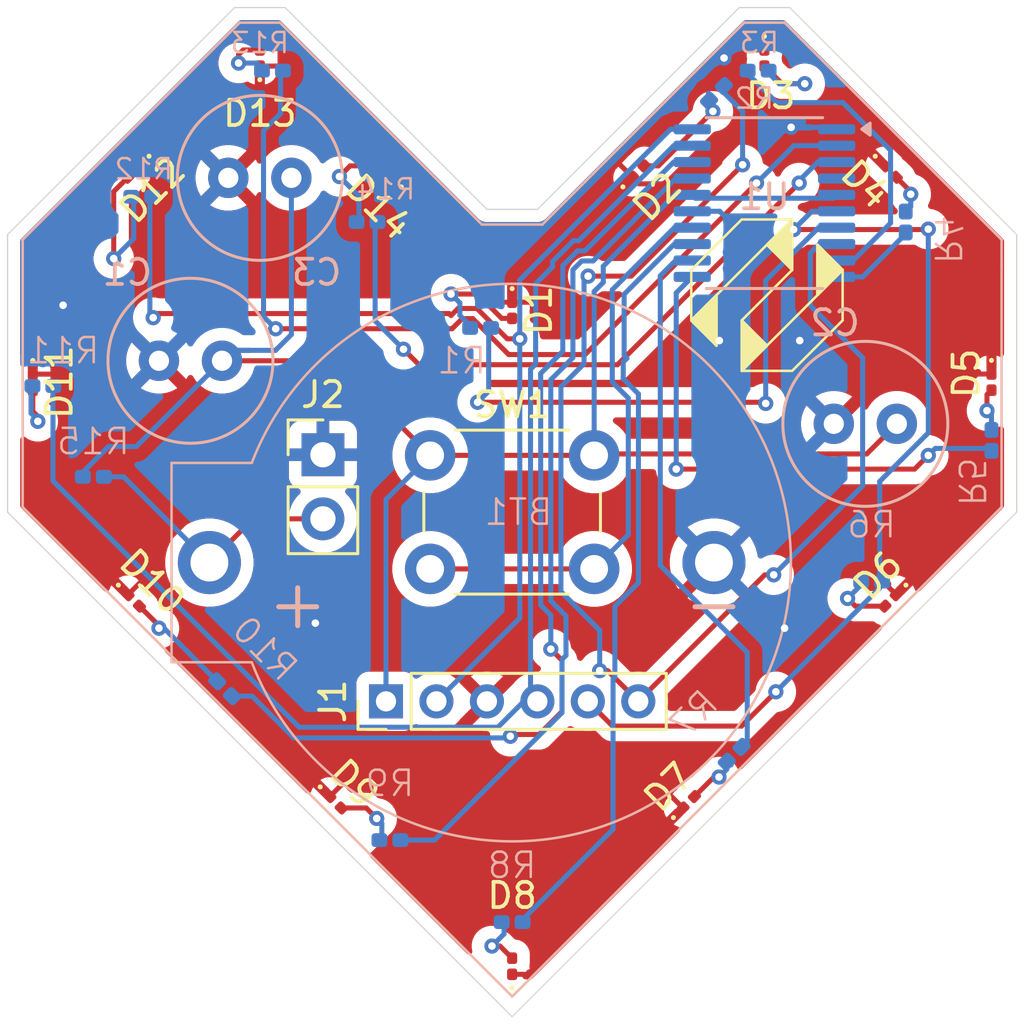
<source format=kicad_pcb>
(kicad_pcb (version 20241229) (generator "pcbnew") (generator_version "9.0")
  (layers (0 "F.Cu" signal) (2 "B.Cu" signal) (13 "F.Paste" user) (15 "B.Paste" user) (5 "F.SilkS" user "F.Silkscreen") (7 "B.SilkS" user "B.Silkscreen") (1 "F.Mask" user) (3 "B.Mask" user) (25 "Edge.Cuts" user))
  (net 0 "")
  (net 1 "Net-(BT1-+)")
  (net 2 "GND")
  (net 3 "+3V")
  (net 4 "Net-(D1-A)")
  (net 5 "Net-(D2-A)")
  (net 6 "Net-(D3-A)")
  (net 7 "Net-(D4-A)")
  (net 8 "Net-(D5-A)")
  (net 9 "Net-(D6-A)")
  (net 10 "Net-(D7-A)")
  (net 11 "Net-(D8-A)")
  (net 12 "Net-(D9-A)")
  (net 13 "Net-(D10-A)")
  (net 14 "Net-(D11-A)")
  (net 15 "Net-(D12-A)")
  (net 16 "Net-(D13-A)")
  (net 17 "Net-(D14-A)")
  (net 18 "/LED10")
  (net 19 "/LED0")
  (net 20 "/LED11")
  (net 21 "/LED2")
  (net 22 "/LED1")
  (net 23 "/LED3")
  (net 24 "/LED4")
  (net 25 "/LED5")
  (net 26 "/LED6")
  (net 27 "/LED7")
  (net 28 "/LED8")
  (net 29 "/LED9")
  (net 30 "/LED12")
  (net 31 "/LED13")
  (net 32 "Net-(U1-PB1)")
  (footprint "Diode_SMD:D_0201_0603Metric" (layer "F.Cu") (at 165 76.5 -45)
    (property "Reference" "D4")
    (property "Value" "LED")
  )
  (footprint "Diode_SMD:D_0201_0603Metric" (layer "F.Cu") (at 169 84.845 -90)
    (property "Reference" "D5")
    (property "Value" "LED")
  )
  (footprint "Diode_SMD:D_0201_0603Metric" (layer "F.Cu") (at 135 93.5 -45)
    (property "Reference" "D10")
    (property "Value" "LED")
  )
  (footprint "Connector_PinHeader_2.00mm:PinHeader_1x06_P2.00mm_Vertical" (layer "F.Cu") (at 145 97.5 90)
    (property "Reference" "J1")
    (property "Value" "Conn_01x06")
  )
  (footprint "Diode_SMD:D_0201_0603Metric" (layer "F.Cu") (at 150 108 90)
    (property "Reference" "D8")
    (property "Value" "LED")
  )
  (footprint "Diode_SMD:D_0201_0603Metric" (layer "F.Cu") (at 143 101.5 -45)
    (property "Reference" "D9")
    (property "Value" "LED")
  )
  (footprint "Diode_SMD:D_0201_0603Metric" (layer "F.Cu") (at 131 84.85 -90)
    (property "Reference" "D11")
    (property "Value" "LED")
  )
  (footprint "Diode_SMD:D_0201_0603Metric" (layer "F.Cu") (at 165 93.5 -135)
    (property "Reference" "D6")
    (property "Value" "LED")
  )
  (footprint "Diode_SMD:D_0201_0603Metric" (layer "F.Cu") (at 135 76.5 -135)
    (property "Reference" "D12")
    (property "Value" "LED")
  )
  (footprint "Symbol:cdk_logo_6x6mm" (layer "F.Cu") (at 157.1 84.4)
    (property "Reference" "LOGO1" (hide yes))
    (property "Value" "~" (hide yes))
  )
  (footprint "Button_Switch_THT:SW_PUSH_6mm_H4.3mm" (layer "F.Cu") (at 146.75 87.75)
    (property "Reference" "SW1")
    (property "Value" "SW_Push")
  )
  (footprint "Connector_PinHeader_2.54mm:PinHeader_1x02_P2.54mm_Vertical" (layer "F.Cu") (at 142.5 87.725)
    (property "Reference" "J2")
    (property "Value" "Conn_01x02")
  )
  (footprint "Diode_SMD:D_0201_0603Metric" (layer "F.Cu") (at 157 101.5 45)
    (property "Reference" "D7")
    (property "Value" "LED")
  )
  (footprint "Diode_SMD:D_0201_0603Metric" (layer "F.Cu") (at 150 82 -90)
    (property "Reference" "D1")
    (property "Value" "LED")
  )
  (footprint "Diode_SMD:D_0201_0603Metric" (layer "F.Cu") (at 155 76.5 45)
    (property "Reference" "D2")
    (property "Value" "LED")
  )
  (footprint "Diode_SMD:D_0201_0603Metric" (layer "F.Cu") (at 145 76.5 135)
    (property "Reference" "D14")
    (property "Value" "LED")
  )
  (footprint "Diode_SMD:D_0201_0603Metric" (layer "F.Cu") (at 160 72 -90)
    (property "Reference" "D3")
    (property "Value" "LED")
  )
  (footprint "Diode_SMD:D_0201_0603Metric" (layer "F.Cu") (at 140 72 90)
    (property "Reference" "D13")
    (property "Value" "LED")
  )
  (footprint "Resistor_SMD:R_0201_0603Metric_1.6x0.8" (layer "B.Cu") (at 138.6 97 135)
    (property "Reference" "R10")
    (property "Value" "120")
  )
  (footprint "Resistor_SMD:R_0201_0603Metric_1.6x0.8" (layer "B.Cu") (at 148.75 82.7 180)
    (property "Reference" "R1")
    (property "Value" "120")
  )
  (footprint "Resistor_SMD:R_0201_0603Metric_1.6x0.8" (layer "B.Cu") (at 159.75 72.5)
    (property "Reference" "R3")
    (property "Value" "120")
  )
  (footprint "Capacitor_THT:C_Radial_D6.3mm_H7.0mm_P2.50mm" (layer "B.Cu") (at 165.25 86.5 180)
    (property "Reference" "C2")
    (property "Value" "470uF")
  )
  (footprint "Package_SO:TSSOP-20_4.4x6.5mm_P0.65mm" (layer "B.Cu") (at 160 77.75 180)
    (property "Reference" "U1")
    (property "Value" "STM32L011F3Px")
  )
  (footprint "Resistor_SMD:R_0201_0603Metric_1.6x0.8" (layer "B.Cu") (at 169 87.155 90)
    (property "Reference" "R5")
    (property "Value" "120")
  )
  (footprint "Resistor_SMD:R_0201_0603Metric_1.6x0.8" (layer "B.Cu") (at 165.6 78.5 90)
    (property "Reference" "R4")
    (property "Value" "120")
  )
  (footprint "Resistor_SMD:R_0201_0603Metric_1.6x0.8" (layer "B.Cu") (at 150 106.25 180)
    (property "Reference" "R8")
    (property "Value" "120")
  )
  (footprint "Capacitor_THT:C_Radial_D6.3mm_H7.0mm_P2.50mm" (layer "B.Cu") (at 138.5 84 180)
    (property "Reference" "C1")
    (property "Value" "470uF")
  )
  (footprint "Resistor_SMD:R_0201_0603Metric_1.6x0.8" (layer "B.Cu") (at 158.8 99.6 -135)
    (property "Reference" "R7")
    (property "Value" "120")
  )
  (footprint "Resistor_SMD:R_0201_0603Metric_1.6x0.8" (layer "B.Cu") (at 140.5 72.5 180)
    (property "Reference" "R13")
    (property "Value" "120")
  )
  (footprint "Resistor_SMD:R_0201_0603Metric_1.6x0.8" (layer "B.Cu") (at 133.4 88.6 180)
    (property "Reference" "R15")
    (property "Value" "1k")
  )
  (footprint "Battery:BatteryHolder_KLS5_CR2032_01" (layer "B.Cu") (at 150 92 180)
    (property "Reference" "BT1")
    (property "Value" "Battery_Cell")
  )
  (footprint "Resistor_SMD:R_0201_0603Metric_1.6x0.8" (layer "B.Cu") (at 144.25 78.5 180)
    (property "Reference" "R14")
    (property "Value" "120")
  )
  (footprint "Capacitor_THT:C_Radial_D6.3mm_H7.0mm_P2.50mm" (layer "B.Cu") (at 141.25 76.75 180)
    (property "Reference" "C3")
    (property "Value" "470uF")
  )
  (footprint "Resistor_SMD:R_0201_0603Metric_1.6x0.8" (layer "B.Cu") (at 164.25 92.75 180)
    (property "Reference" "R6")
    (property "Value" "120")
  )
  (footprint "Resistor_SMD:R_0201_0603Metric_1.6x0.8" (layer "B.Cu") (at 145.155 103 180)
    (property "Reference" "R9")
    (property "Value" "120")
  )
  (footprint "Resistor_SMD:R_0201_0603Metric_1.6x0.8" (layer "B.Cu") (at 135.32 77.5 180)
    (property "Reference" "R12")
    (property "Value" "120")
  )
  (footprint "Resistor_SMD:R_0201_0603Metric_1.6x0.8" (layer "B.Cu") (at 131.4 85 180)
    (property "Reference" "R11")
    (property "Value" "120")
  )
  (footprint "Resistor_SMD:R_0201_0603Metric_1.6x0.8" (layer "B.Cu") (at 158.1 73.4 -135)
    (property "Reference" "R2")
    (property "Value" "120")
  )
  (gr_line (start 160.8 70.6) (end 169.4 79.2) (stroke (width 0.1)) (layer "B.SilkS"))
  (gr_line (start 169.4 89.8) (end 169.4 80.2) (stroke (width 0.1)) (layer "B.SilkS"))
  (gr_line (start 148.8 78.6) (end 151.2 78.6) (stroke (width 0.1)) (layer "B.SilkS"))
  (gr_line (start 130.6 80.2) (end 130.6 79.2) (stroke (width 0.1)) (layer "B.SilkS"))
  (gr_line (start 169.4 79.2) (end 169.4 80.2) (stroke (width 0.1)) (layer "B.SilkS"))
  (gr_line (start 130.6 80.2) (end 130.6 89.8) (stroke (width 0.1)) (layer "B.SilkS"))
  (gr_line (start 139.2 70.6) (end 140.8 70.6) (stroke (width 0.1)) (layer "B.SilkS"))
  (gr_line (start 151.2 78.6) (end 159.2 70.6) (stroke (width 0.1)) (layer "B.SilkS"))
  (gr_line (start 150 109.2) (end 169.4 89.8) (stroke (width 0.1)) (layer "B.SilkS"))
  (gr_line (start 139 70.8) (end 139.2 70.6) (stroke (width 0.1)) (layer "B.SilkS"))
  (gr_line (start 159.2 70.6) (end 160.8 70.6) (stroke (width 0.1)) (layer "B.SilkS"))
  (gr_line (start 139 70.8) (end 130.6 79.2) (stroke (width 0.1)) (layer "B.SilkS"))
  (gr_line (start 140.8 70.6) (end 148.8 78.6) (stroke (width 0.1)) (layer "B.SilkS"))
  (gr_line (start 130.6 89.8) (end 150 109.2) (stroke (width 0.1)) (layer "B.SilkS"))
  (gr_line (start 139 70) (end 130 79) (stroke (width 0.05)) (layer "Edge.Cuts"))
  (gr_line (start 170 79) (end 161 70) (stroke (width 0.05)) (layer "Edge.Cuts"))
  (gr_line (start 151 78) (end 149 78) (stroke (width 0.05)) (layer "Edge.Cuts"))
  (gr_line (start 159 70) (end 151 78) (stroke (width 0.05)) (layer "Edge.Cuts"))
  (gr_line (start 161 70) (end 159 70) (stroke (width 0.05)) (layer "Edge.Cuts"))
  (gr_line (start 130 90) (end 150 110) (stroke (width 0.05)) (layer "Edge.Cuts"))
  (gr_line (start 149 78) (end 141 70) (stroke (width 0.05)) (layer "Edge.Cuts"))
  (gr_line (start 150 110) (end 170 90) (stroke (width 0.05)) (layer "Edge.Cuts"))
  (gr_line (start 130 79) (end 130 90) (stroke (width 0.05)) (layer "Edge.Cuts"))
  (gr_line (start 170 90) (end 170 79) (stroke (width 0.05)) (layer "Edge.Cuts"))
  (gr_line (start 141 70) (end 139 70) (stroke (width 0.05)) (layer "Edge.Cuts"))
  (segment (start 142.5 90.265) (end 139.735 90.265) (width 0.2) (layer "F.Cu") (net 1))
  (segment (start 139.735 90.265) (end 138 92) (width 0.2) (layer "F.Cu") (net 1))
  (segment (start 134.6 88.6) (end 135 89) (width 0.2) (layer "B.Cu") (net 1))
  (segment (start 133.815 88.6) (end 134.6 88.6) (width 0.2) (layer "B.Cu") (net 1))
  (segment (start 138 92) (end 135 89) (width 0.2) (layer "B.Cu") (net 1))
  (segment (start 135.226274 76.273726) (end 136 77.047452) (width 0.2) (layer "F.Cu") (net 2))
  (segment (start 156.773726 101.726274) (end 156.075 101.027548) (width 0.2) (layer "F.Cu") (net 2))
  (segment (start 151.07 81.68) (end 151.15 81.6) (width 0.2) (layer "F.Cu") (net 2))
  (segment (start 169 84.525) (end 164.725 84.525) (width 0.2) (layer "F.Cu") (net 2))
  (segment (start 150 108.32) (end 150.68 108.32) (width 0.2) (layer "F.Cu") (net 2))
  (segment (start 159.0258 75.2341) (end 159.0258 75.2727) (width 0.2) (layer "F.Cu") (net 2))
  (segment (start 164.725 84.525) (end 162.75 86.5) (width 0.2) (layer "F.Cu") (net 2))
  (segment (start 139.8546 77.8546) (end 138.75 76.75) (width 0.2) (layer "F.Cu") (net 2))
  (segment (start 164.7737 76.2737) (end 163.7727 75.2727) (width 0.2) (layer "F.Cu") (net 2))
  (segment (start 154.8637 76.8163) (end 155.0346 76.9872) (width 0.2) (layer "F.Cu") (net 2))
  (segment (start 163.7727 75.2727) (end 159.0258 75.2727) (width 0.2) (layer "F.Cu") (net 2))
  (segment (start 139.725 87.725) (end 142.5 87.725) (width 0.2) (layer "F.Cu") (net 2))
  (segment (start 165.2263 93.2737) (end 163.8364 91.8838) (width 0.2) (layer "F.Cu") (net 2))
  (segment (start 156.4452 76.901) (end 157.3975 76.901) (width 0.2) (layer "F.Cu") (net 2))
  (segment (start 150 81.68) (end 149.7462 81.68) (width 0.2) (layer "F.Cu") (net 2))
  (segment (start 135.425 92.622452) (end 135.425 92.6) (width 0.2) (layer "F.Cu") (net 2))
  (segment (start 159.02 71.68) (end 159 71.7) (width 0.2) (layer "F.Cu") (net 2))
  (segment (start 136.4015 93.1459) (end 136.8073 93.5517) (width 0.2) (layer "F.Cu") (net 2))
  (segment (start 159.4954 74.7473) (end 161.0584 74.7473) (width 0.2) (layer "F.Cu") (net 2))
  (segment (start 145.0517 93.5517) (end 149 97.5) (width 0.2) (layer "F.Cu") (net 2))
  (segment (start 156.359 76.9872) (end 156.4452 76.901) (width 0.2) (layer "F.Cu") (net 2))
  (segment (start 131 84.53) (end 132.145 84.53) (width 0.2) (layer "F.Cu") (net 2))
  (segment (start 151 108) (end 150.68 108.32) (width 0.2) (layer "F.Cu") (net 2))
  (segment (start 145.5982 77.0982) (end 145.2263 76.7263) (width 0.2) (layer "F.Cu") (net 2))
  (segment (start 145.5982 77.532) (end 145.5982 77.0982) (width 0.2) (layer "F.Cu") (net 2))
  (segment (start 145.5982 77.532) (end 145.2756 77.8546) (width 0.2) (layer "F.Cu") (net 2))
  (segment (start 158 92) (end 155.1712 94.8288) (width 0.2) (layer "F.Cu") (net 2))
  (segment (start 154.15 76.1) (end 154.15 76.102548) (width 0.2) (layer "F.Cu") (net 2))
  (segment (start 159.4954 74.7473) (end 159.4954 75.2341) (width 0.2) (layer "F.Cu") (net 2))
  (segment (start 142.773726 101.273726) (end 143.547452 100.5) (width 0.2) (layer "F.Cu") (net 2))
  (segment (start 132.145 84.53) (end 132.15 84.525) (width 0.2) (layer "F.Cu") (net 2))
  (segment (start 158.1162 91.8838) (end 158 92) (width 0.2) (layer "F.Cu") (net 2))
  (segment (start 136 84) (end 139.725 87.725) (width 0.2) (layer "F.Cu") (net 2))
  (segment (start 160 71.68) (end 159.02 71.68) (width 0.2) (layer "F.Cu") (net 2))
  (segment (start 136 77.047452) (end 136 77.05) (width 0.2) (layer "F.Cu") (net 2))
  (segment (start 159.0258 75.2341) (end 159.4954 75.2341) (width 0.2) (layer "F.Cu") (net 2))
  (segment (start 157.3975 76.901) (end 159.0258 75.2727) (width 0.2) (layer "F.Cu") (net 2))
  (segment (start 136.4015 91.0485) (end 139.725 87.725) (width 0.2) (layer "F.Cu") (net 2))
  (segment (start 150 108.32) (end 149.9295 108.3905) (width 0.2) (layer "F.Cu") (net 2))
  (segment (start 154.7737 76.7263) (end 154.8637 76.8163) (width 0.2) (layer "F.Cu") (net 2))
  (segment (start 141.195 72.32) (end 141.2 72.325) (width 0.2) (layer "F.Cu") (net 2))
  (segment (start 149 97.1124) (end 149 97.5) (width 0.2) (layer "F.Cu") (net 2))
  (segment (start 160 71.68) (end 159.7772 71.68) (width 0.2) (layer "F.Cu") (net 2))
  (segment (start 140 72.32) (end 141.195 72.32) (width 0.2) (layer "F.Cu") (net 2))
  (segment (start 138.2737 76.2737) (end 138.75 76.75) (width 0.2) (layer "F.Cu") (net 2))
  (segment (start 134.773726 93.273726) (end 135.425 92.622452) (width 0.2) (layer "F.Cu") (net 2))
  (segment (start 154.773726 76.726274) (end 154.15 76.102548) (width 0.2) (layer "F.Cu") (net 2))
  (segment (start 143.547452 100.5) (end 143.775 100.5) (width 0.2) (layer "F.Cu") (net 2))
  (segment (start 156.075 101.027548) (end 156.075 101.025) (width 0.2) (layer "F.Cu") (net 2))
  (segment (start 150 81.68) (end 151.07 81.68) (width 0.2) (layer "F.Cu") (net 2))
  (segment (start 155.0346 76.9872) (end 156.359 76.9872) (width 0.2) (layer "F.Cu") (net 2))
  (via (at 161.0584 74.7473) (size 0.6) (drill 0.3) (layers "F.Cu" "B.Cu") (net 2))
  (via (at 158.4 72) (size 0.6) (drill 0.3) (layers "F.Cu" "B.Cu") (net 2))
  (via (at 132.2 81.8) (size 0.6) (drill 0.3) (layers "F.Cu" "B.Cu") (net 2))
  (via (at 158.2139 83.2) (size 0.6) (drill 0.3) (layers "F.Cu" "B.Cu") (net 2))
  (via (at 161.4 83.2) (size 0.6) (drill 0.3) (layers "F.Cu" "B.Cu") (net 2))
  (via (at 160.8 94.6) (size 0.6) (drill 0.3) (layers "F.Cu" "B.Cu") (net 2))
  (via (at 142.2 94.4) (size 0.6) (drill 0.3) (layers "F.Cu" "B.Cu") (net 2))
  (segment (start 162.7848 74.7473) (end 162.8625 74.825) (width 0.2) (layer "B.Cu") (net 2))
  (segment (start 161.0584 74.7473) (end 162.7848 74.7473) (width 0.2) (layer "B.Cu") (net 2))
  (segment (start 158.2139 91.7861) (end 158 92) (width 0.2) (layer "B.Cu") (net 2))
  (segment (start 157.1375 78.075) (end 158.225 78.075) (width 0.2) (layer "B.Cu") (net 2))
  (segment (start 158.225 78.075) (end 158.75 78.6) (width 0.2) (layer "B.Cu") (net 2))
  (segment (start 136 84) (end 138.75 81.25) (width 0.2) (layer "B.Cu") (net 2))
  (segment (start 165.25 86.5) (end 164.0573 87.6927) (width 0.2) (layer "F.Cu") (net 3))
  (segment (start 164.0573 87.6927) (end 153.3073 87.6927) (width 0.2) (layer "F.Cu") (net 3))
  (segment (start 146.75 87.75) (end 143 84) (width 0.2) (layer "F.Cu") (net 3))
  (segment (start 153.3073 87.6927) (end 153.25 87.75) (width 0.2) (layer "F.Cu") (net 3))
  (segment (start 143 84) (end 138.5 84) (width 0.2) (layer "F.Cu") (net 3))
  (segment (start 146.75 87.75) (end 153.25 87.75) (width 0.2) (layer "F.Cu") (net 3))
  (segment (start 139.578 83.5868) (end 138.9132 83.5868) (width 0.2) (layer "B.Cu") (net 3))
  (segment (start 153.25 87.75) (end 153.2515 87.7485) (width 0.2) (layer "B.Cu") (net 3))
  (segment (start 139.578 83.5868) (end 140.6229 83.5868) (width 0.2) (layer "B.Cu") (net 3))
  (segment (start 153.2515 81.2554) (end 153.6127 80.8942) (width 0.2) (layer "B.Cu") (net 3))
  (segment (start 153.2515 87.7485) (end 153.2515 81.2554) (width 0.2) (layer "B.Cu") (net 3))
  (segment (start 145 97.5) (end 145 89.5) (width 0.2) (layer "B.Cu") (net 3))
  (segment (start 157.1375 77.425) (end 157.2702 77.5577) (width 0.2) (layer "B.Cu") (net 3))
  (segment (start 138.9132 83.5868) (end 138.5 84) (width 0.2) (layer "B.Cu") (net 3))
  (segment (start 132.985 88.415) (end 132.985 88.6) (width 0.2) (layer "B.Cu") (net 3))
  (segment (start 156.4407 77.425) (end 157.1375 77.425) (width 0.2) (layer "B.Cu") (net 3))
  (segment (start 141.25 82.9597) (end 141.25 76.75) (width 0.2) (layer "B.Cu") (net 3))
  (segment (start 135.1 87.4) (end 134 87.4) (width 0.2) (layer "B.Cu") (net 3))
  (segment (start 153.6127 80.253) (end 156.4407 77.425) (width 0.2) (layer "B.Cu") (net 3))
  (segment (start 145 89.5) (end 146.75 87.75) (width 0.2) (layer "B.Cu") (net 3))
  (segment (start 140.6229 83.5868) (end 141.25 82.9597) (width 0.2) (layer "B.Cu") (net 3))
  (segment (start 139.578 83.5868) (end 138.0111 83.5868) (width 0.2) (layer "B.Cu") (net 3))
  (segment (start 138.5 84) (end 135.1 87.4) (width 0.2) (layer "B.Cu") (net 3))
  (segment (start 153.6127 80.8942) (end 153.6127 80.253) (width 0.2) (layer "B.Cu") (net 3))
  (segment (start 157.2702 77.5577) (end 162.7298 77.5577) (width 0.2) (layer "B.Cu") (net 3))
  (segment (start 134 87.4) (end 132.985 88.415) (width 0.2) (layer "B.Cu") (net 3))
  (segment (start 162.7298 77.5577) (end 162.8625 77.425) (width 0.2) (layer "B.Cu") (net 3))
  (segment (start 148.6212 81.3553) (end 147.5773 81.3553) (width 0.2) (layer "F.Cu") (net 4))
  (segment (start 149.5859 82.32) (end 148.6212 81.3553) (width 0.2) (layer "F.Cu") (net 4))
  (segment (start 150 82.32) (end 149.5859 82.32) (width 0.2) (layer "F.Cu") (net 4))
  (via (at 147.5773 81.3553) (size 0.6) (drill 0.3) (layers "F.Cu" "B.Cu") (net 4))
  (segment (start 147.929 82.199) (end 147.929 81.707) (width 0.2) (layer "B.Cu") (net 4))
  (segment (start 147.5773 81.3553) (end 147.929 81.707) (width 0.2) (layer "B.Cu") (net 4))
  (segment (start 148.43 82.7) (end 147.929 82.199) (width 0.2) (layer "B.Cu") (net 4))
  (segment (start 155.7976 76.2737) (end 157.9588 74.1125) (width 0.2) (layer "F.Cu") (net 5))
  (segment (start 155.2263 76.2737) (end 155.7976 76.2737) (width 0.2) (layer "F.Cu") (net 5))
  (via (at 157.9588 74.1125) (size 0.6) (drill 0.3) (layers "F.Cu" "B.Cu") (net 5))
  (segment (start 157.78 73.9337) (end 157.78 73.4) (width 0.2) (layer "B.Cu") (net 5))
  (segment (start 157.9588 74.1125) (end 157.78 73.9337) (width 0.2) (layer "B.Cu") (net 5))
  (segment (start 157.78 74.1125) (end 157.9588 74.1125) (width 0.2) (layer "B.Cu") (net 5))
  (segment (start 161.6 73.0183) (end 160.6983 73.0183) (width 0.2) (layer "F.Cu") (net 6))
  (segment (start 160.6983 73.0183) (end 160 72.32) (width 0.2) (layer "F.Cu") (net 6))
  (via (at 161.6 73.0183) (size 0.6) (drill 0.3) (layers "F.Cu" "B.Cu") (net 6))
  (segment (start 161.6 73.0183) (end 160.5883 73.0183) (width 0.2) (layer "B.Cu") (net 6))
  (segment (start 160.5883 73.0183) (end 160.07 72.5) (width 0.2) (layer "B.Cu") (net 6))
  (segment (start 165.8 77.4) (end 165.8 77.3) (width 0.2) (layer "F.Cu") (net 7))
  (segment (start 165.8 77.3) (end 165.226274 76.726274) (width 0.2) (layer "F.Cu") (net 7))
  (via (at 165.8 77.4) (size 0.6) (drill 0.3) (layers "F.Cu" "B.Cu") (net 7))
  (segment (start 165.8 77.885) (end 165.6 78.085) (width 0.2) (layer "B.Cu") (net 7))
  (segment (start 165.75 77.45) (end 165.8 77.4) (width 0.2) (layer "B.Cu") (net 7))
  (segment (start 165.8 77.4) (end 165.8 77.885) (width 0.2) (layer "B.Cu") (net 7))
  (segment (start 169 85.165) (end 168.8217 85.3433) (width 0.2) (layer "F.Cu") (net 8))
  (segment (start 168.8217 85.3433) (end 168.8217 85.9779) (width 0.2) (layer "F.Cu") (net 8))
  (via (at 168.8217 85.9779) (size 0.6) (drill 0.3) (layers "F.Cu" "B.Cu") (net 8))
  (segment (start 168.8217 85.9779) (end 169 86.1562) (width 0.2) (layer "B.Cu") (net 8))
  (segment (start 169 86.1562) (end 169 86.835) (width 0.2) (layer "B.Cu") (net 8))
  (segment (start 163.6036 93.7263) (end 163.2968 93.4195) (width 0.2) (layer "F.Cu") (net 9))
  (segment (start 164.7737 93.7263) (end 163.6036 93.7263) (width 0.2) (layer "F.Cu") (net 9))
  (via (at 163.2968 93.4195) (size 0.6) (drill 0.3) (layers "F.Cu" "B.Cu") (net 9))
  (segment (start 163.2968 93.4195) (end 163.93 92.7863) (width 0.2) (layer "B.Cu") (net 9))
  (segment (start 163.93 92.7863) (end 163.93 92.75) (width 0.2) (layer "B.Cu") (net 9))
  (segment (start 158.2 100.5) (end 158 100.5) (width 0.2) (layer "F.Cu") (net 10))
  (segment (start 158 100.5) (end 157.226274 101.273726) (width 0.2) (layer "F.Cu") (net 10))
  (via (at 158.2 100.5) (size 0.6) (drill 0.3) (layers "F.Cu" "B.Cu") (net 10))
  (segment (start 158.506551 100.193449) (end 158.2 100.5) (width 0.2) (layer "B.Cu") (net 10))
  (segment (start 158.68 100.02) (end 158.68 99.75) (width 0.2) (layer "B.Cu") (net 10))
  (segment (start 158.506551 99.893449) (end 158.506551 100.193449) (width 0.2) (layer "B.Cu") (net 10))
  (segment (start 149.52 107.2) (end 150 107.68) (width 0.2) (layer "F.Cu") (net 11))
  (segment (start 149.2 107.2) (end 149.52 107.2) (width 0.2) (layer "F.Cu") (net 11))
  (via (at 149.2 107.2) (size 0.6) (drill 0.3) (layers "F.Cu" "B.Cu") (net 11))
  (segment (start 149.2 107.2) (end 149.68 106.72) (width 0.2) (layer "B.Cu") (net 11))
  (segment (start 149.68 106.72) (end 149.68 106.25) (width 0.2) (layer "B.Cu") (net 11))
  (segment (start 143.2263 101.7263) (end 144.2159 101.7263) (width 0.2) (layer "F.Cu") (net 12))
  (segment (start 144.2159 101.7263) (end 144.6321 102.1425) (width 0.2) (layer "F.Cu") (net 12))
  (via (at 144.6321 102.1425) (size 0.6) (drill 0.3) (layers "F.Cu" "B.Cu") (net 12))
  (segment (start 144.6321 102.1425) (end 144.835 102.3454) (width 0.2) (layer "B.Cu") (net 12))
  (segment (start 144.835 102.3454) (end 144.835 103) (width 0.2) (layer "B.Cu") (net 12))
  (segment (start 136 94.6) (end 136 94.5) (width 0.2) (layer "F.Cu") (net 13))
  (segment (start 136 94.5) (end 135.226274 93.726274) (width 0.2) (layer "F.Cu") (net 13))
  (via (at 136 94.6) (size 0.6) (drill 0.3) (layers "F.Cu" "B.Cu") (net 13))
  (segment (start 136.2 94.6) (end 136 94.6) (width 0.2) (layer "B.Cu") (net 13))
  (segment (start 138.306551 96.706551) (end 136.2 94.6) (width 0.2) (layer "B.Cu") (net 13))
  (segment (start 131.2 86.4) (end 131.2 86.2042) (width 0.2) (layer "F.Cu") (net 14))
  (segment (start 131.2 86.2042) (end 131 86.0042) (width 0.2) (layer "F.Cu") (net 14))
  (segment (start 131 86.0042) (end 131 85.17) (width 0.2) (layer "F.Cu") (net 14))
  (via (at 131.2 86.4) (size 0.6) (drill 0.3) (layers "F.Cu" "B.Cu") (net 14))
  (segment (start 130.93 86.0742) (end 130.93 85) (width 0.2) (layer "B.Cu") (net 14))
  (segment (start 131.2 86.4) (end 131.2 86.3442) (width 0.2) (layer "B.Cu") (net 14))
  (segment (start 131.2 86.3442) (end 130.93 86.0742) (width 0.2) (layer "B.Cu") (net 14))
  (segment (start 134.7737 76.7263) (end 134.2073 77.2927) (width 0.2) (layer "F.Cu") (net 15))
  (segment (start 134.2073 77.2927) (end 134.2073 79.9492) (width 0.2) (layer "F.Cu") (net 15))
  (via (at 134.2073 79.9492) (size 0.6) (drill 0.3) (layers "F.Cu" "B.Cu") (net 15))
  (segment (start 134.2073 79.9492) (end 135 79.1565) (width 0.2) (layer "B.Cu") (net 15))
  (segment (start 135 79.1565) (end 135 77.5) (width 0.2) (layer "B.Cu") (net 15))
  (segment (start 139.1571 72.2) (end 139.1571 71.8642) (width 0.2) (layer "F.Cu") (net 16))
  (segment (start 139.3413 71.68) (end 140 71.68) (width 0.2) (layer "F.Cu") (net 16))
  (segment (start 139.1571 71.8642) (end 139.3413 71.68) (width 0.2) (layer "F.Cu") (net 16))
  (via (at 139.1571 72.2) (size 0.6) (drill 0.3) (layers "F.Cu" "B.Cu") (net 16))
  (segment (start 139.1571 72.2) (end 139.88 72.2) (width 0.2) (layer "B.Cu") (net 16))
  (segment (start 139.88 72.2) (end 140.18 72.5) (width 0.2) (layer "B.Cu") (net 16))
  (segment (start 143.5784 76.2737) (end 143.1538 76.6983) (width 0.2) (layer "F.Cu") (net 17))
  (segment (start 144.7737 76.2737) (end 143.5784 76.2737) (width 0.2) (layer "F.Cu") (net 17))
  (via (at 143.1538 76.6983) (size 0.6) (drill 0.3) (layers "F.Cu" "B.Cu") (net 17))
  (segment (start 143.93 77.4745) (end 143.93 78.5) (width 0.2) (layer "B.Cu") (net 17))
  (segment (start 143.1538 76.6983) (end 143.93 77.4745) (width 0.2) (layer "B.Cu") (net 17))
  (segment (start 150.7293 84.3353) (end 150.7293 97.2293) (width 0.2) (layer "B.Cu") (net 18))
  (segment (start 150.931 84.1336) (end 150.7293 84.3353) (width 0.2) (layer "B.Cu") (net 18))
  (segment (start 150.7293 97.2293) (end 151 97.5) (width 0.2) (layer "B.Cu") (net 18))
  (segment (start 150.4618 97.5) (end 149.4368 98.525) (width 0.2) (layer "B.Cu") (net 18))
  (segment (start 152.4293 79.2399) (end 151.6059 80.0633) (width 0.2) (layer "B.Cu") (net 18))
  (segment (start 151.6059 80.2729) (end 150.931 80.9478) (width 0.2) (layer "B.Cu") (net 18))
  (segment (start 149.4368 98.525) (end 141.5604 98.525) (width 0.2) (layer "B.Cu") (net 18))
  (segment (start 156.4038 75.475) (end 152.6389 79.2399) (width 0.2) (layer "B.Cu") (net 18))
  (segment (start 150.931 80.9478) (end 150.931 84.1336) (width 0.2) (layer "B.Cu") (net 18))
  (segment (start 131.8 88.7646) (end 131.8 85.23) (width 0.2) (layer "B.Cu") (net 18))
  (segment (start 157.1375 75.475) (end 156.4038 75.475) (width 0.2) (layer "B.Cu") (net 18))
  (segment (start 152.6389 79.2399) (end 152.4293 79.2399) (width 0.2) (layer "B.Cu") (net 18))
  (segment (start 151 97.5) (end 150.4618 97.5) (width 0.2) (layer "B.Cu") (net 18))
  (segment (start 141.5604 98.525) (end 131.8 88.7646) (width 0.2) (layer "B.Cu") (net 18))
  (segment (start 151.6059 80.0633) (end 151.6059 80.2729) (width 0.2) (layer "B.Cu") (net 18))
  (segment (start 159.0935 98.4807) (end 153.9807 98.4807) (width 0.2) (layer "F.Cu") (net 19))
  (segment (start 166.4783 78.7991) (end 166.4958 78.7816) (width 0.2) (layer "F.Cu") (net 19))
  (segment (start 160.4533 97.1209) (end 159.0935 98.4807) (width 0.2) (layer "F.Cu") (net 19))
  (segment (start 153.9807 98.4807) (end 153 97.5) (width 0.2) (layer "F.Cu") (net 19))
  (segment (start 161.1575 78.7991) (end 166.4783 78.7991) (width 0.2) (layer "F.Cu") (net 19))
  (via (at 161.1575 78.7991) (size 0.6) (drill 0.3) (layers "F.Cu" "B.Cu") (net 19))
  (via (at 160.4533 97.1209) (size 0.6) (drill 0.3) (layers "F.Cu" "B.Cu") (net 19))
  (via (at 166.4958 78.7816) (size 0.6) (drill 0.3) (layers "F.Cu" "B.Cu") (net 19))
  (segment (start 164.57 92.75) (end 164.57 93.0042) (width 0.2) (layer "B.Cu") (net 19))
  (segment (start 166.4958 78.7816) (end 166.4958 86.8567) (width 0.2) (layer "B.Cu") (net 19))
  (segment (start 166.4958 86.8567) (end 164.57 88.7825) (width 0.2) (layer "B.Cu") (net 19))
  (segment (start 164.57 93.0042) (end 160.4533 97.1209) (width 0.2) (layer "B.Cu") (net 19))
  (segment (start 161.8816 78.075) (end 161.1575 78.7991) (width 0.2) (layer "B.Cu") (net 19))
  (segment (start 164.57 88.7825) (end 164.57 92.75) (width 0.2) (layer "B.Cu") (net 19))
  (segment (start 162.8625 78.075) (end 161.8816 78.075) (width 0.2) (layer "B.Cu") (net 19))
  (segment (start 150.303 83.1303) (end 150.303 83.1302) (width 0.2) (layer "F.Cu") (net 20))
  (segment (start 149.8073 83.1302) (end 148.6045 81.9274) (width 0.2) (layer "F.Cu") (net 20))
  (segment (start 147.5003 82.1291) (end 135.9349 82.1291) (width 0.2) (layer "F.Cu") (net 20))
  (segment (start 150.303 83.1302) (end 149.8073 83.1302) (width 0.2) (layer "F.Cu") (net 20))
  (segment (start 147.5775 82.2062) (end 147.5003 82.1291) (width 0.2) (layer "F.Cu") (net 20))
  (segment (start 135.9349 82.1291) (end 135.7715 82.2925) (width 0.2) (layer "F.Cu") (net 20))
  (segment (start 148.6045 81.9274) (end 147.8563 81.9274) (width 0.2) (layer "F.Cu") (net 20))
  (segment (start 147.5775 82.2062) (end 147.8563 81.9274) (width 0.2) (layer "F.Cu") (net 20))
  (via (at 150.303 83.1303) (size 0.6) (drill 0.3) (layers "F.Cu" "B.Cu") (net 20))
  (via (at 135.7715 82.2925) (size 0.6) (drill 0.3) (layers "F.Cu" "B.Cu") (net 20))
  (segment (start 150.303 80.7982) (end 150.303 83.1303) (width 0.2) (layer "B.Cu") (net 20))
  (segment (start 156.2762 74.825) (end 150.303 80.7982) (width 0.2) (layer "B.Cu") (net 20))
  (segment (start 157.1375 74.825) (end 156.2762 74.825) (width 0.2) (layer "B.Cu") (net 20))
  (segment (start 135.64 77.5) (end 135.64 82.161) (width 0.2) (layer "B.Cu") (net 20))
  (segment (start 150.303 94.197) (end 150.303 83.1303) (width 0.2) (layer "B.Cu") (net 20))
  (segment (start 135.64 82.161) (end 135.7715 82.2925) (width 0.2) (layer "B.Cu") (net 20))
  (segment (start 147 97.5) (end 150.303 94.197) (width 0.2) (layer "B.Cu") (net 20))
  (segment (start 160.0145 92.4855) (end 160.3683 92.4855) (width 0.2) (layer "F.Cu") (net 21))
  (segment (start 154.7219 80.645) (end 153.011 80.645) (width 0.2) (layer "F.Cu") (net 21))
  (segment (start 159.1356 76.2313) (end 154.7219 80.645) (width 0.2) (layer "F.Cu") (net 21))
  (segment (start 153.4707 96.2837) (end 153.7837 96.2837) (width 0.2) (layer "F.Cu") (net 21))
  (segment (start 155 97.5) (end 160.0145 92.4855) (width 0.2) (layer "F.Cu") (net 21))
  (segment (start 153.7837 96.2837) (end 155 97.5) (width 0.2) (layer "F.Cu") (net 21))
  (via (at 153.4707 96.2837) (size 0.6) (drill 0.3) (layers "F.Cu" "B.Cu") (net 21))
  (via (at 153.011 80.645) (size 0.6) (drill 0.3) (layers "F.Cu" "B.Cu") (net 21))
  (via (at 159.1356 76.2313) (size 0.6) (drill 0.3) (layers "F.Cu" "B.Cu") (net 21))
  (via (at 160.3683 92.4855) (size 0.6) (drill 0.3) (layers "F.Cu" "B.Cu") (net 21))
  (segment (start 161.819 79.7357) (end 162.1797 79.375) (width 0.2) (layer "B.Cu") (net 21))
  (segment (start 161.819 81.8136) (end 161.819 79.7357) (width 0.2) (layer "B.Cu") (net 21))
  (segment (start 152.8498 80.8062) (end 152.8498 84.1187) (width 0.2) (layer "B.Cu") (net 21))
  (segment (start 159.1356 74.1156) (end 159.1356 76.2313) (width 0.2) (layer "B.Cu") (net 21))
  (segment (start 163.8934 88.9604) (end 163.8934 83.888) (width 0.2) (layer "B.Cu") (net 21))
  (segment (start 152.8498 84.1187) (end 151.9344 85.0341) (width 0.2) (layer "B.Cu") (net 21))
  (segment (start 151.9344 93.15) (end 153.4707 94.6863) (width 0.2) (layer "B.Cu") (net 21))
  (segment (start 153.011 80.645) (end 152.8498 80.8062) (width 0.2) (layer "B.Cu") (net 21))
  (segment (start 153.4707 94.6863) (end 153.4707 96.2837) (width 0.2) (layer "B.Cu") (net 21))
  (segment (start 162.1797 79.375) (end 162.8625 79.375) (width 0.2) (layer "B.Cu") (net 21))
  (segment (start 151.9344 85.0341) (end 151.9344 93.15) (width 0.2) (layer "B.Cu") (net 21))
  (segment (start 158.42 73.4) (end 159.1356 74.1156) (width 0.2) (layer "B.Cu") (net 21))
  (segment (start 163.8934 83.888) (end 161.819 81.8136) (width 0.2) (layer "B.Cu") (net 21))
  (segment (start 160.3683 92.4855) (end 163.8934 88.9604) (width 0.2) (layer "B.Cu") (net 21))
  (segment (start 148.6297 85.645) (end 160.0036 85.645) (width 0.2) (layer "F.Cu") (net 22))
  (segment (start 160.0036 85.645) (end 160.0508 85.6922) (width 0.2) (layer "F.Cu") (net 22))
  (via (at 148.6297 85.645) (size 0.6) (drill 0.3) (layers "F.Cu" "B.Cu") (net 22))
  (via (at 160.0508 85.6922) (size 0.6) (drill 0.3) (layers "F.Cu" "B.Cu") (net 22))
  (segment (start 162.1445 78.725) (end 162.8625 78.725) (width 0.2) (layer "B.Cu") (net 22))
  (segment (start 148.6297 85.645) (end 149.07 85.2047) (width 0.2) (layer "B.Cu") (net 22))
  (segment (start 160.0508 85.6922) (end 160.0508 80.8187) (width 0.2) (layer "B.Cu") (net 22))
  (segment (start 149.07 85.2047) (end 149.07 82.7) (width 0.2) (layer "B.Cu") (net 22))
  (segment (start 160.0508 80.8187) (end 162.1445 78.725) (width 0.2) (layer "B.Cu") (net 22))
  (segment (start 160.4803 73.7678) (end 159.43 72.7175) (width 0.2) (layer "B.Cu") (net 23))
  (segment (start 159.43 72.7175) (end 159.43 72.5) (width 0.2) (layer "B.Cu") (net 23))
  (segment (start 165 75.6563) (end 163.1115 73.7678) (width 0.2) (layer "B.Cu") (net 23))
  (segment (start 165 78.5437) (end 165 75.6563) (width 0.2) (layer "B.Cu") (net 23))
  (segment (start 163.1115 73.7678) (end 160.4803 73.7678) (width 0.2) (layer "B.Cu") (net 23))
  (segment (start 162.8625 80.025) (end 163.5187 80.025) (width 0.2) (layer "B.Cu") (net 23))
  (segment (start 163.5187 80.025) (end 165 78.5437) (width 0.2) (layer "B.Cu") (net 23))
  (segment (start 165.75 78.82) (end 165.285 79.285) (width 0.2) (layer "B.Cu") (net 24))
  (segment (start 163.895 80.675) (end 162.8625 80.675) (width 0.2) (layer "B.Cu") (net 24))
  (segment (start 165.285 79.285) (end 163.895 80.675) (width 0.2) (layer "B.Cu") (net 24))
  (segment (start 165.9534 88.2944) (end 156.5041 88.2944) (width 0.2) (layer "F.Cu") (net 25))
  (segment (start 166.4957 87.7521) (end 165.9534 88.2944) (width 0.2) (layer "F.Cu") (net 25))
  (via (at 166.4957 87.7521) (size 0.6) (drill 0.3) (layers "F.Cu" "B.Cu") (net 25))
  (via (at 156.5041 88.2944) (size 0.6) (drill 0.3) (layers "F.Cu" "B.Cu") (net 25))
  (segment (start 156.5041 81.3084) (end 157.1375 80.675) (width 0.2) (layer "B.Cu") (net 25))
  (segment (start 169 87.475) (end 166.7728 87.475) (width 0.2) (layer "B.Cu") (net 25))
  (segment (start 166.7728 87.475) (end 166.4957 87.7521) (width 0.2) (layer "B.Cu") (net 25))
  (segment (start 156.5041 88.2944) (end 156.5041 81.3084) (width 0.2) (layer "B.Cu") (net 25))
  (segment (start 155.8723 80.634) (end 155.8723 92.1144) (width 0.2) (layer "B.Cu") (net 26))
  (segment (start 159.093449 99.306551) (end 159.32 99.08) (width 0.2) (layer "B.Cu") (net 26))
  (segment (start 155.8723 92.1144) (end 159.32 95.5621) (width 0.2) (layer "B.Cu") (net 26))
  (segment (start 156.4813 80.025) (end 155.8723 80.634) (width 0.2) (layer "B.Cu") (net 26))
  (segment (start 157.1375 80.025) (end 156.4813 80.025) (width 0.2) (layer "B.Cu") (net 26))
  (segment (start 159.32 95.5621) (end 159.32 99.08) (width 0.2) (layer "B.Cu") (net 26))
  (segment (start 154.0724 93.7354) (end 155.0058 92.802) (width 0.2) (layer "B.Cu") (net 27))
  (segment (start 150.32 106.25) (end 153.9999 102.5701) (width 0.2) (layer "B.Cu") (net 27))
  (segment (start 154.4393 83.7889) (end 154.5514 83.9009) (width 0.2) (layer "B.Cu") (net 27))
  (segment (start 156.4274 79.375) (end 154.4393 81.3631) (width 0.2) (layer "B.Cu") (net 27))
  (segment (start 153.9999 96.6054) (end 154.0724 96.5329) (width 0.2) (layer "B.Cu") (net 27))
  (segment (start 154.4041 84.0482) (end 154.5514 83.9009) (width 0.2) (layer "B.Cu") (net 27))
  (segment (start 157.1375 79.375) (end 156.4274 79.375) (width 0.2) (layer "B.Cu") (net 27))
  (segment (start 154.4041 84.7134) (end 154.4041 84.0482) (width 0.2) (layer "B.Cu") (net 27))
  (segment (start 155.0058 85.3151) (end 154.4041 84.7134) (width 0.2) (layer "B.Cu") (net 27))
  (segment (start 153.9999 102.5701) (end 153.9999 96.6054) (width 0.2) (layer "B.Cu") (net 27))
  (segment (start 155.0058 92.802) (end 155.0058 85.3151) (width 0.2) (layer "B.Cu") (net 27))
  (segment (start 154.0724 96.5329) (end 154.0724 93.7354) (width 0.2) (layer "B.Cu") (net 27))
  (segment (start 154.4393 81.3631) (end 154.4393 83.7889) (width 0.2) (layer "B.Cu") (net 27))
  (segment (start 151.5327 84.751) (end 151.5327 93.5165) (width 0.2) (layer "B.Cu") (net 28))
  (segment (start 151.5327 93.5165) (end 152.1344 94.1182) (width 0.2) (layer "B.Cu") (net 28))
  (segment (start 156.4795 76.775) (end 153.2112 80.0433) (width 0.2) (layer "B.Cu") (net 28))
  (segment (start 152.1344 94.1182) (end 152.1344 95.6797) (width 0.2) (layer "B.Cu") (net 28))
  (segment (start 152.1344 95.6797) (end 151.9767 95.8374) (width 0.2) (layer "B.Cu") (net 28))
  (segment (start 152.4093 83.8744) (end 151.5327 84.751) (width 0.2) (layer "B.Cu") (net 28))
  (segment (start 157.1375 76.775) (end 156.4795 76.775) (width 0.2) (layer "B.Cu") (net 28))
  (segment (start 151.9767 95.8374) (end 151.9767 97.9487) (width 0.2) (layer "B.Cu") (net 28))
  (segment (start 146.9254 103) (end 145.475 103) (width 0.2) (layer "B.Cu") (net 28))
  (segment (start 153.2112 80.0433) (end 152.7619 80.0433) (width 0.2) (layer "B.Cu") (net 28))
  (segment (start 151.9767 97.9487) (end 146.9254 103) (width 0.2) (layer "B.Cu") (net 28))
  (segment (start 152.4093 80.3959) (end 152.4093 83.8744) (width 0.2) (layer "B.Cu") (net 28))
  (segment (start 152.7619 80.0433) (end 152.4093 80.3959) (width 0.2) (layer "B.Cu") (net 28))
  (segment (start 151.0687 98.8126) (end 151.9767 97.9046) (width 0.2) (layer "F.Cu") (net 29))
  (segment (start 150 98.8126) (end 151.0687 98.8126) (width 0.2) (layer "F.Cu") (net 29))
  (segment (start 149.9281 98.8845) (end 150 98.8126) (width 0.2) (layer "F.Cu") (net 29))
  (segment (start 151.9767 95.8745) (end 151.5327 95.4305) (width 0.2) (layer "F.Cu") (net 29))
  (segment (start 151.9767 97.9046) (end 151.9767 95.8745) (width 0.2) (layer "F.Cu") (net 29))
  (via (at 151.5327 95.4305) (size 0.6) (drill 0.3) (layers "F.Cu" "B.Cu") (net 29))
  (via (at 149.9281 98.8845) (size 0.6) (drill 0.3) (layers "F.Cu" "B.Cu") (net 29))
  (segment (start 152.8861 79.6416) (end 152.5956 79.6416) (width 0.2) (layer "B.Cu") (net 29))
  (segment (start 156.4027 76.125) (end 152.8861 79.6416) (width 0.2) (layer "B.Cu") (net 29))
  (segment (start 157.1375 76.125) (end 156.4027 76.125) (width 0.2) (layer "B.Cu") (net 29))
  (segment (start 149.8647 98.9479) (end 141.3479 98.9479) (width 0.2) (layer "B.Cu") (net 29))
  (segment (start 138.893449 97.293449) (end 139.693449 97.293449) (width 0.2) (layer "B.Cu") (net 29))
  (segment (start 151.131 84.5016) (end 151.131 93.6828) (width 0.2) (layer "B.Cu") (net 29))
  (segment (start 152.0076 83.625) (end 151.131 84.5016) (width 0.2) (layer "B.Cu") (net 29))
  (segment (start 149.9281 98.8845) (end 149.8647 98.9479) (width 0.2) (layer "B.Cu") (net 29))
  (segment (start 152.0076 80.2296) (end 152.0076 83.625) (width 0.2) (layer "B.Cu") (net 29))
  (segment (start 139.693449 97.293449) (end 141.3479 98.9479) (width 0.2) (layer "B.Cu") (net 29))
  (segment (start 152.5956 79.6416) (end 152.0076 80.2296) (width 0.2) (layer "B.Cu") (net 29))
  (segment (start 151.131 93.6828) (end 151.5327 94.0845) (width 0.2) (layer "B.Cu") (net 29))
  (segment (start 151.5327 94.0845) (end 151.5327 95.4305) (width 0.2) (layer "B.Cu") (net 29))
  (segment (start 147.6224 82.7293) (end 148.0226 82.3291) (width 0.2) (layer "F.Cu") (net 30))
  (segment (start 148.4382 82.3291) (end 148.0226 82.3291) (width 0.2) (layer "F.Cu") (net 30))
  (segment (start 140.6295 82.7293) (end 140.628 82.7308) (width 0.2) (layer "F.Cu") (net 30))
  (segment (start 159.6881 76.956) (end 152.8901 83.754) (width 0.2) (layer "F.Cu") (net 30))
  (segment (start 152.8901 83.754) (end 149.8631 83.754) (width 0.2) (layer "F.Cu") (net 30))
  (segment (start 147.6224 82.7293) (end 140.6295 82.7293) (width 0.2) (layer "F.Cu") (net 30))
  (segment (start 149.8631 83.754) (end 148.4382 82.3291) (width 0.2) (layer "F.Cu") (net 30))
  (via (at 140.628 82.7308) (size 0.6) (drill 0.3) (layers "F.Cu" "B.Cu") (net 30))
  (via (at 159.6881 76.956) (size 0.6) (drill 0.3) (layers "F.Cu" "B.Cu") (net 30))
  (segment (start 140.1459 82.2487) (end 140.1459 74.8771) (width 0.2) (layer "B.Cu") (net 30))
  (segment (start 140.628 82.7308) (end 140.1459 82.2487) (width 0.2) (layer "B.Cu") (net 30))
  (segment (start 140.82 74.203) (end 140.82 72.5) (width 0.2) (layer "B.Cu") (net 30))
  (segment (start 161.1691 75.475) (end 162.8625 75.475) (width 0.2) (layer "B.Cu") (net 30))
  (segment (start 159.6881 76.956) (end 161.1691 75.475) (width 0.2) (layer "B.Cu") (net 30))
  (segment (start 140.1459 74.8771) (end 140.82 74.203) (width 0.2) (layer "B.Cu") (net 30))
  (segment (start 161.3778 76.956) (end 154.178 84.1558) (width 0.2) (layer "F.Cu") (net 31))
  (segment (start 154.178 84.1558) (end 146.3055 84.1558) (width 0.2) (layer "F.Cu") (net 31))
  (segment (start 146.3055 84.1558) (end 145.6933 83.5436) (width 0.2) (layer "F.Cu") (net 31))
  (via (at 145.6933 83.5436) (size 0.6) (drill 0.3) (layers "F.Cu" "B.Cu") (net 31))
  (via (at 161.3778 76.956) (size 0.6) (drill 0.3) (layers "F.Cu" "B.Cu") (net 31))
  (segment (start 162.1127 76.125) (end 161.3778 76.8599) (width 0.2) (layer "B.Cu") (net 31))
  (segment (start 161.3778 76.8599) (end 161.3778 76.956) (width 0.2) (layer "B.Cu") (net 31))
  (segment (start 145.6933 83.5436) (end 144.57 82.4203) (width 0.2) (layer "B.Cu") (net 31))
  (segment (start 144.57 82.4203) (end 144.57 78.5) (width 0.2) (layer "B.Cu") (net 31))
  (segment (start 162.8625 76.125) (end 162.1127 76.125) (width 0.2) (layer "B.Cu") (net 31))
  (segment (start 146.75 92.25) (end 153.25 92.25) (width 0.2) (layer "F.Cu") (net 32))
  (segment (start 153.9699 81.1858) (end 153.9699 84.8472) (width 0.2) (layer "B.Cu") (net 32))
  (segment (start 154.6041 85.4814) (end 154.6041 90.8959) (width 0.2) (layer "B.Cu") (net 32))
  (segment (start 154.6041 90.8959) (end 153.25 92.25) (width 0.2) (layer "B.Cu") (net 32))
  (segment (start 156.4307 78.725) (end 153.9699 81.1858) (width 0.2) (layer "B.Cu") (net 32))
  (segment (start 157.1375 78.725) (end 156.4307 78.725) (width 0.2) (layer "B.Cu") (net 32))
  (segment (start 153.9699 84.8472) (end 154.6041 85.4814) (width 0.2) (layer "B.Cu") (net 32))
  (zone (net 0) (net_name "") (layer "F.Cu") (connect_pads (clearance 0)) (min_thickness 0.25)
    (keepout (tracks allowed) (vias allowed) (pads allowed) (copperpour not_allowed) (footprints allowed))
    (fill (thermal_gap 0.5) (thermal_bridge_width 0.5))
    (polygon (pts (xy 136.05 83.25) (xy 136.7 83.9) (xy 137.9 83.15) (xy 138 82.6) (xy 137.35 82.45) (xy 136.4 82.55) (xy 136.05 83.3)))
  )
  (zone (net 0) (net_name "") (layer "F.Cu") (connect_pads (clearance 0)) (min_thickness 0.25)
    (keepout (tracks allowed) (vias allowed) (pads allowed) (copperpour not_allowed) (footprints allowed))
    (fill (thermal_gap 0.5) (thermal_bridge_width 0.5))
    (polygon (pts (xy 165.425 75.925) (xy 165.124115 76.236726) (xy 164.824115 75.911726) (xy 165.125 75.65)))
  )
  (zone (net 0) (net_name "") (layer "F.Cu") (connect_pads (clearance 0)) (min_thickness 0.25)
    (keepout (tracks allowed) (vias allowed) (pads allowed) (copperpour not_allowed) (footprints allowed))
    (fill (thermal_gap 0.5) (thermal_bridge_width 0.5))
    (polygon (pts (xy 145.2 77.15) (xy 144.875 77.375) (xy 144.575 77.05) (xy 144.8 76.8)))
  )
  (zone (net 0) (net_name "") (layer "F.Cu") (connect_pads (clearance 0)) (min_thickness 0.25)
    (keepout (tracks allowed) (vias allowed) (pads allowed) (copperpour not_allowed) (footprints allowed))
    (fill (thermal_gap 0.5) (thermal_bridge_width 0.5))
    (polygon (pts (xy 154.75 76.4) (xy 154.3 76.75) (xy 154.1 76.425) (xy 154.6 75.9)))
  )
  (zone (net 0) (net_name "") (layer "F.Cu") (connect_pads (clearance 0)) (min_thickness 0.25)
    (keepout (tracks allowed) (vias allowed) (pads allowed) (copperpour not_allowed) (footprints allowed))
    (fill (thermal_gap 0.5) (thermal_bridge_width 0.5))
    (polygon (pts (xy 159.8 71.475) (xy 159.8 71.95) (xy 159.3 71.95) (xy 159.3 71.475)))
  )
  (zone (net 0) (net_name "") (layer "F.Cu") (connect_pads (clearance 0)) (min_thickness 0.25)
    (keepout (tracks allowed) (vias allowed) (pads allowed) (copperpour not_allowed) (footprints allowed))
    (fill (thermal_gap 0.5) (thermal_bridge_width 0.5))
    (polygon (pts (xy 150.7 81.95) (xy 150.4 81.95) (xy 150.375 81.475) (xy 150.7 81.45)))
  )
  (zone (net 0) (net_name "") (layer "F.Cu") (connect_pads (clearance 0)) (min_thickness 0.25)
    (keepout (tracks allowed) (vias allowed) (pads allowed) (copperpour not_allowed) (footprints allowed))
    (fill (thermal_gap 0.5) (thermal_bridge_width 0.5))
    (polygon (pts (xy 145.875 76.4) (xy 145.574115 76.661726) (xy 145.274115 76.336726) (xy 145.575 76.1)))
  )
  (zone (net 0) (net_name "") (layer "F.Cu") (connect_pads (clearance 0)) (min_thickness 0.25)
    (keepout (tracks allowed) (vias allowed) (pads allowed) (copperpour not_allowed) (footprints allowed))
    (fill (thermal_gap 0.5) (thermal_bridge_width 0.5))
    (polygon (pts (xy 160.7 71.425) (xy 160.7 71.9) (xy 160.2 71.9) (xy 160.2 71.425)))
  )
  (zone (net 0) (net_name "") (layer "F.Cu") (connect_pads (clearance 0)) (min_thickness 0.25)
    (keepout (tracks allowed) (vias allowed) (pads allowed) (copperpour not_allowed) (footprints allowed))
    (fill (thermal_gap 0.5) (thermal_bridge_width 0.5))
    (polygon (pts (xy 140.7 71.6) (xy 140.7 72.55) (xy 140.35 72.55) (xy 140.35 71.6)))
  )
  (zone (net 0) (net_name "") (layer "F.Cu") (connect_pads (clearance 0)) (min_thickness 0.25)
    (keepout (tracks allowed) (vias allowed) (pads allowed) (copperpour not_allowed) (footprints allowed))
    (fill (thermal_gap 0.5) (thermal_bridge_width 0.5))
    (polygon (pts (xy 143.4 100.925) (xy 143.199115 101.211726) (xy 142.899115 100.886726) (xy 143.124115 100.636726)))
  )
  (zone (net 0) (net_name "") (layer "F.Cu") (connect_pads (clearance 0)) (min_thickness 0.25)
    (keepout (tracks allowed) (vias allowed) (pads allowed) (copperpour not_allowed) (footprints allowed))
    (fill (thermal_gap 0.5) (thermal_bridge_width 0.5))
    (polygon (pts (xy 134.5 76.05) (xy 134.6 75.9) (xy 134.85 75.65) (xy 135 75.6) (xy 135.1 75.85) (xy 134.85 76.15)))
  )
  (zone (net 0) (net_name "") (layer "F.Cu") (connect_pads (clearance 0)) (min_thickness 0.25)
    (keepout (tracks allowed) (vias allowed) (pads allowed) (copperpour not_allowed) (footprints allowed))
    (fill (thermal_gap 0.5) (thermal_bridge_width 0.5))
    (polygon (pts (xy 164.749115 76.711726) (xy 164.424115 76.9) (xy 164.124115 76.611726) (xy 164.349115 76.361726)))
  )
  (zone (net 0) (net_name "") (layer "F.Cu") (connect_pads (clearance 0)) (min_thickness 0.25)
    (keepout (tracks allowed) (vias allowed) (pads allowed) (copperpour not_allowed) (footprints allowed))
    (fill (thermal_gap 0.5) (thermal_bridge_width 0.5))
    (polygon (pts (xy 156.175 76.75) (xy 155.075 77.4) (xy 154.875 77.075) (xy 155.375 76.55)))
  )
  (zone (net 0) (net_name "") (layer "F.Cu") (connect_pads (clearance 0)) (min_thickness 0.25)
    (keepout (tracks allowed) (vias allowed) (pads allowed) (copperpour not_allowed) (footprints allowed))
    (fill (thermal_gap 0.5) (thermal_bridge_width 0.5))
    (polygon (pts (xy 157.444345 100.805655) (xy 156.494345 101.755655) (xy 156.112138 101.412138) (xy 156.9 100.65)))
  )
  (zone (net 0) (net_name "") (layer "F.Cu") (connect_pads (clearance 0)) (min_thickness 0.25)
    (keepout (tracks allowed) (vias allowed) (pads allowed) (copperpour not_allowed) (footprints allowed))
    (fill (thermal_gap 0.5) (thermal_bridge_width 0.5))
    (polygon (pts (xy 145.15 102.75) (xy 144.2 103.7) (xy 143.15 102.55) (xy 144 102.05)))
  )
  (zone (net 0) (net_name "") (layer "F.Cu") (connect_pads (clearance 0)) (min_thickness 0.25)
    (keepout (tracks allowed) (vias allowed) (pads allowed) (copperpour not_allowed) (footprints allowed))
    (fill (thermal_gap 0.5) (thermal_bridge_width 0.5))
    (polygon (pts (xy 131.7 84.925) (xy 131.45 84.95) (xy 131.325 84.275) (xy 131.7 84.325)))
  )
  (zone (net 0) (net_name "") (layer "F.Cu") (connect_pads (clearance 0)) (min_thickness 0.25)
    (keepout (tracks allowed) (vias allowed) (pads allowed) (copperpour not_allowed) (footprints allowed))
    (fill (thermal_gap 0.5) (thermal_bridge_width 0.5))
    (polygon (pts (xy 135.4 92.925) (xy 135.225 93.25) (xy 134.899115 92.8) (xy 135.124115 92.636726)))
  )
  (zone (net 0) (net_name "") (layer "F.Cu") (connect_pads (clearance 0)) (min_thickness 0.25)
    (keepout (tracks allowed) (vias allowed) (pads allowed) (copperpour not_allowed) (footprints allowed))
    (fill (thermal_gap 0.5) (thermal_bridge_width 0.5))
    (polygon (pts (xy 135.874115 76.611726) (xy 135.575 76.9) (xy 135.3 76.575) (xy 135.6 76.35)))
  )
  (zone (net 2) (net_name "GND") (layers "F.Cu" "B.Cu") (connect_pads (clearance 0.5)) (min_thickness 0.25) (fill yes (thermal_gap 0.5) (thermal_bridge_width 0.5))
    (polygon (pts (xy 139 70) (xy 130 79) (xy 130 90) (xy 150 110) (xy 170 90) (xy 170 79) (xy 161 70) (xy 159 70) (xy 151 78) (xy 149 78) (xy 141 70)))
  )
  (zone (net 0) (net_name "") (layer "B.Cu") (connect_pads (clearance 0)) (min_thickness 0.25)
    (keepout (tracks allowed) (vias allowed) (pads allowed) (copperpour not_allowed) (footprints allowed))
    (fill (thermal_gap 0.5) (thermal_bridge_width 0.5))
    (polygon (pts (xy 150.15 97.25) (xy 150.15 95.35) (xy 149.7 95.35) (xy 148.7 96.25) (xy 148.7 97.2)))
  )
)
</source>
